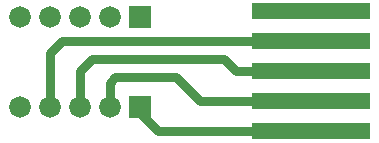
<source format=gbl>
G04*
G04 #@! TF.GenerationSoftware,Altium Limited,Altium Designer,20.0.13 (296)*
G04*
G04 Layer_Physical_Order=2*
G04 Layer_Color=16711680*
%FSLAX23Y23*%
%MOIN*%
G70*
G01*
G75*
%ADD12R,0.394X0.055*%
%ADD16C,0.030*%
%ADD17C,0.072*%
%ADD18R,0.072X0.072*%
D12*
X3470Y3720D02*
D03*
X3470Y3920D02*
D03*
X3470Y3820D02*
D03*
X3470Y3520D02*
D03*
X3470Y3620D02*
D03*
D16*
X3020Y3700D02*
X3100Y3620D01*
X2800Y3600D02*
X2800Y3682D01*
X2818Y3700D01*
X3020Y3700D01*
X2900Y3580D02*
X2960Y3520D01*
X3400Y3520D01*
X3100Y3620D02*
X3440Y3620D01*
X2700Y3600D02*
X2700Y3720D01*
X2740Y3760D01*
X3180Y3760D01*
X3220Y3720D01*
X3380Y3720D01*
X2600Y3600D02*
X2600Y3780D01*
X2640Y3820D01*
X3440Y3820D01*
D17*
X2500Y3600D02*
D03*
X2600Y3600D02*
D03*
X2700Y3600D02*
D03*
X2800Y3600D02*
D03*
X2500Y3900D02*
D03*
X2600Y3900D02*
D03*
X2700Y3900D02*
D03*
X2800Y3900D02*
D03*
D18*
X2900Y3600D02*
D03*
X2900Y3900D02*
D03*
M02*

</source>
